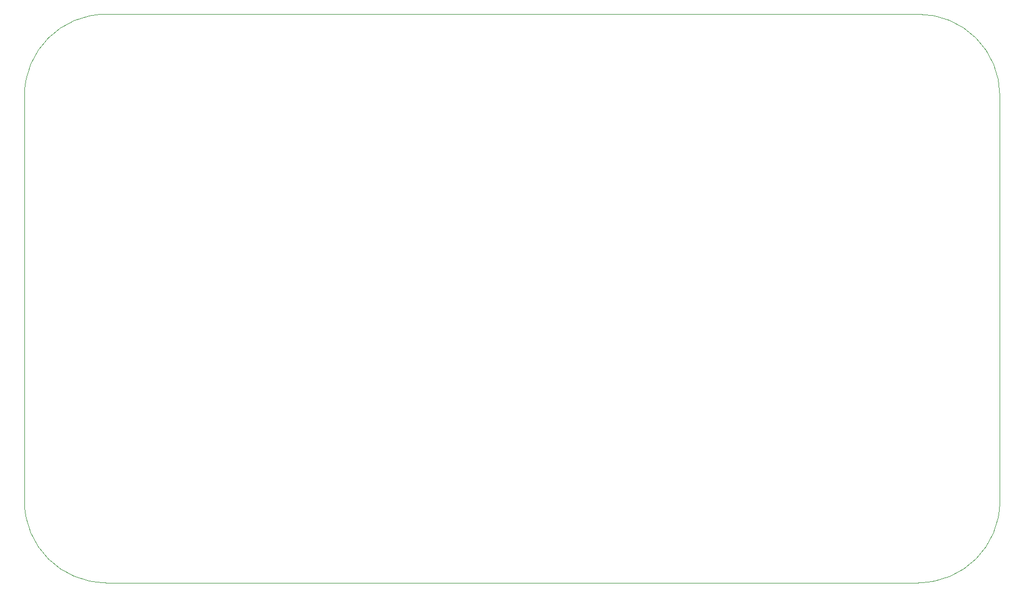
<source format=gm1>
G04*
G04 #@! TF.GenerationSoftware,Altium Limited,CircuitMaker,2.2.1 (2.2.1.6)*
G04*
G04 Layer_Color=16740166*
%FSLAX25Y25*%
%MOIN*%
G70*
G04*
G04 #@! TF.SameCoordinates,623927E7-3B73-4545-9663-4BBB84DB28C7*
G04*
G04*
G04 #@! TF.FilePolarity,Positive*
G04*
G01*
G75*
%ADD106C,0.00100*%
%ADD107C,0.00100*%
D106*
X1200050Y550000D02*
G03*
X1200050Y550001I-50J0D01*
G01*
D02*
G03*
X1149945Y600050I-50050J-1D01*
G01*
X1200050Y550000D02*
G03*
X1200050Y550001I-50050J0D01*
G01*
X1200050Y300031D02*
G03*
X1200050Y300032I-50050J-31D01*
G01*
X1200050Y300000D02*
G03*
X1200050Y300031I-50050J0D01*
G01*
D02*
G03*
X1200050Y300032I-50J1D01*
G01*
X1150000Y249950D02*
G03*
X1200050Y300000I0J50050D01*
G01*
X650000Y600050D02*
G03*
X649999Y600050I0J-50D01*
G01*
D02*
G03*
X599950Y550000I1J-50050D01*
G01*
X650000Y600050D02*
G03*
X649999Y600050I0J-50050D01*
G01*
X599950Y300000D02*
G03*
X650000Y249950I50050J0D01*
G01*
X1200050Y550000D02*
X1200050Y300032D01*
X1150000Y249950D02*
X1150000D01*
X650000Y249950D02*
X1150000Y249950D01*
X650000Y600050D02*
X1149945Y600050D01*
X599950Y550000D02*
X599950Y300000D01*
Y300000D02*
Y300000D01*
Y300000D02*
Y300000D01*
D107*
X650000Y600050D02*
D03*
X650000Y249950D02*
D03*
X599950Y300000D02*
D03*
D03*
M02*

</source>
